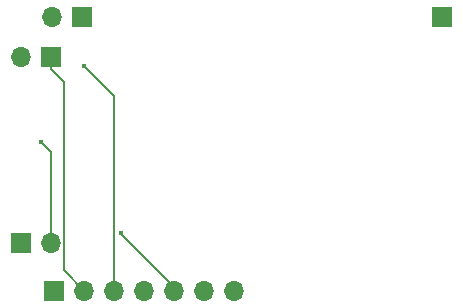
<source format=gbl>
G04 #@! TF.GenerationSoftware,KiCad,Pcbnew,5.0.2-bee76a0~70~ubuntu14.04.1*
G04 #@! TF.CreationDate,2018-12-07T19:03:52-07:00*
G04 #@! TF.ProjectId,lcd-addon,6c63642d-6164-4646-9f6e-2e6b69636164,rev?*
G04 #@! TF.SameCoordinates,Original*
G04 #@! TF.FileFunction,Copper,L2,Bot*
G04 #@! TF.FilePolarity,Positive*
%FSLAX46Y46*%
G04 Gerber Fmt 4.6, Leading zero omitted, Abs format (unit mm)*
G04 Created by KiCad (PCBNEW 5.0.2-bee76a0~70~ubuntu14.04.1) date Fri 07 Dec 2018 07:03:52 PM MST*
%MOMM*%
%LPD*%
G01*
G04 APERTURE LIST*
G04 #@! TA.AperFunction,ComponentPad*
%ADD10R,1.700000X1.700000*%
G04 #@! TD*
G04 #@! TA.AperFunction,ComponentPad*
%ADD11O,1.700000X1.700000*%
G04 #@! TD*
G04 #@! TA.AperFunction,ViaPad*
%ADD12C,0.400000*%
G04 #@! TD*
G04 #@! TA.AperFunction,Conductor*
%ADD13C,0.200000*%
G04 #@! TD*
G04 APERTURE END LIST*
D10*
G04 #@! TO.P,J2,1*
G04 #@! TO.N,vccC*
X112050000Y-98350000D03*
D11*
G04 #@! TO.P,J2,2*
G04 #@! TO.N,vcc*
X114590000Y-98350000D03*
G04 #@! TO.P,J2,3*
G04 #@! TO.N,GND*
X117130000Y-98350000D03*
G04 #@! TO.P,J2,4*
G04 #@! TO.N,008.17*
X119670000Y-98350000D03*
G04 #@! TO.P,J2,5*
G04 #@! TO.N,008.5*
X122210000Y-98350000D03*
G04 #@! TO.P,J2,6*
G04 #@! TO.N,008.3*
X124750000Y-98350000D03*
G04 #@! TO.P,J2,7*
G04 #@! TO.N,008.1*
X127290000Y-98350000D03*
G04 #@! TD*
D10*
G04 #@! TO.P,J5,1*
G04 #@! TO.N,Net-(J5-Pad1)*
X144860000Y-75200000D03*
G04 #@! TD*
G04 #@! TO.P,J6,1*
G04 #@! TO.N,d12*
X114400000Y-75200000D03*
D11*
G04 #@! TO.P,J6,2*
G04 #@! TO.N,d13*
X111860000Y-75200000D03*
G04 #@! TD*
D10*
G04 #@! TO.P,J1,1*
G04 #@! TO.N,vccC*
X109250000Y-94350000D03*
D11*
G04 #@! TO.P,J1,2*
G04 #@! TO.N,_vccC*
X111790000Y-94350000D03*
G04 #@! TD*
G04 #@! TO.P,J8,2*
G04 #@! TO.N,_vcc*
X109260000Y-78550000D03*
D10*
G04 #@! TO.P,J8,1*
G04 #@! TO.N,vcc*
X111800000Y-78550000D03*
G04 #@! TD*
D12*
G04 #@! TO.N,GND*
X114600000Y-79325000D03*
G04 #@! TO.N,008.5*
X117700000Y-93472000D03*
G04 #@! TO.N,_vccC*
X110927359Y-85727359D03*
G04 #@! TD*
D13*
G04 #@! TO.N,GND*
X117130000Y-98350000D02*
X117130000Y-88580000D01*
X117130000Y-81855000D02*
X114600000Y-79325000D01*
X117130000Y-88580000D02*
X117130000Y-81855000D01*
G04 #@! TO.N,008.5*
X117700000Y-93570000D02*
X117700000Y-93472000D01*
X122210000Y-98080000D02*
X117700000Y-93570000D01*
X122210000Y-98350000D02*
X122210000Y-98080000D01*
G04 #@! TO.N,_vccC*
X111127358Y-85927358D02*
X110927359Y-85727359D01*
X111790000Y-94350000D02*
X111790000Y-86590000D01*
X111790000Y-86590000D02*
X111127358Y-85927358D01*
G04 #@! TO.N,vcc*
X112867001Y-80667001D02*
X111800000Y-79600000D01*
X112867001Y-96627001D02*
X112867001Y-80667001D01*
X111800000Y-79600000D02*
X111800000Y-78550000D01*
X114590000Y-98350000D02*
X112867001Y-96627001D01*
G04 #@! TD*
M02*

</source>
